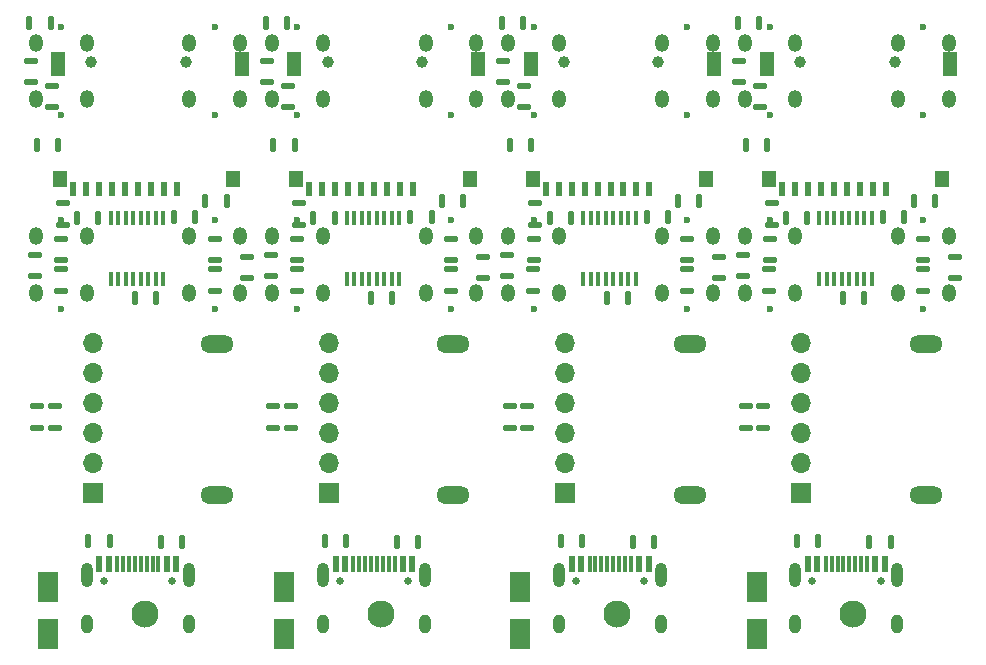
<source format=gbr>
%TF.GenerationSoftware,KiCad,Pcbnew,(6.0.7)*%
%TF.CreationDate,2023-08-28T04:04:33+08:00*%
%TF.ProjectId,USB_Hub_Panelization,5553425f-4875-4625-9f50-616e656c697a,rev?*%
%TF.SameCoordinates,Original*%
%TF.FileFunction,Soldermask,Bot*%
%TF.FilePolarity,Negative*%
%FSLAX46Y46*%
G04 Gerber Fmt 4.6, Leading zero omitted, Abs format (unit mm)*
G04 Created by KiCad (PCBNEW (6.0.7)) date 2023-08-28 04:04:33*
%MOMM*%
%LPD*%
G01*
G04 APERTURE LIST*
G04 Aperture macros list*
%AMRoundRect*
0 Rectangle with rounded corners*
0 $1 Rounding radius*
0 $2 $3 $4 $5 $6 $7 $8 $9 X,Y pos of 4 corners*
0 Add a 4 corners polygon primitive as box body*
4,1,4,$2,$3,$4,$5,$6,$7,$8,$9,$2,$3,0*
0 Add four circle primitives for the rounded corners*
1,1,$1+$1,$2,$3*
1,1,$1+$1,$4,$5*
1,1,$1+$1,$6,$7*
1,1,$1+$1,$8,$9*
0 Add four rect primitives between the rounded corners*
20,1,$1+$1,$2,$3,$4,$5,0*
20,1,$1+$1,$4,$5,$6,$7,0*
20,1,$1+$1,$6,$7,$8,$9,0*
20,1,$1+$1,$8,$9,$2,$3,0*%
G04 Aperture macros list end*
%ADD10RoundRect,0.125000X0.475000X-0.125000X0.475000X0.125000X-0.475000X0.125000X-0.475000X-0.125000X0*%
%ADD11RoundRect,0.121951X0.478049X-0.128049X0.478049X0.128049X-0.478049X0.128049X-0.478049X-0.128049X0*%
%ADD12O,1.700000X1.700000*%
%ADD13R,1.700000X1.700000*%
%ADD14RoundRect,0.121951X-0.128049X-0.478049X0.128049X-0.478049X0.128049X0.478049X-0.128049X0.478049X0*%
%ADD15R,1.800000X2.500000*%
%ADD16C,2.300000*%
%ADD17O,1.200000X1.500000*%
%ADD18C,0.600000*%
%ADD19RoundRect,0.121951X-0.478049X0.128049X-0.478049X-0.128049X0.478049X-0.128049X0.478049X0.128049X0*%
%ADD20O,2.800000X1.500000*%
%ADD21RoundRect,0.125000X0.125000X0.475000X-0.125000X0.475000X-0.125000X-0.475000X0.125000X-0.475000X0*%
%ADD22RoundRect,0.125000X-0.125000X-0.475000X0.125000X-0.475000X0.125000X0.475000X-0.125000X0.475000X0*%
%ADD23RoundRect,0.121951X0.128049X0.478049X-0.128049X0.478049X-0.128049X-0.478049X0.128049X-0.478049X0*%
%ADD24O,1.000000X2.100000*%
%ADD25O,1.000000X1.600000*%
%ADD26R,0.600000X1.450000*%
%ADD27R,0.300000X1.450000*%
%ADD28C,0.650000*%
%ADD29RoundRect,0.125000X-0.475000X0.125000X-0.475000X-0.125000X0.475000X-0.125000X0.475000X0.125000X0*%
%ADD30R,0.400000X1.200000*%
%ADD31R,1.200000X1.400000*%
%ADD32R,1.200000X2.000000*%
%ADD33R,0.600000X1.300000*%
%ADD34C,1.000000*%
G04 APERTURE END LIST*
D10*
%TO.C,C12*%
X140448788Y-97112124D03*
X140448788Y-98912124D03*
%TD*%
D11*
%TO.C,R10*%
X140248788Y-84262124D03*
X140248788Y-86062124D03*
%TD*%
D12*
%TO.C,J3*%
X145148788Y-91762124D03*
X145148788Y-94302124D03*
X145148788Y-96842124D03*
X145148788Y-99382124D03*
X145148788Y-101922124D03*
D13*
X145148788Y-104462124D03*
%TD*%
D14*
%TO.C,R1*%
X141598788Y-64662124D03*
X139798788Y-64662124D03*
%TD*%
D11*
%TO.C,R6*%
X142498788Y-82912124D03*
X142498788Y-84712124D03*
%TD*%
D15*
%TO.C,D1*%
X141373788Y-116412124D03*
X141373788Y-112412124D03*
%TD*%
D10*
%TO.C,C8*%
X141948788Y-97112124D03*
X141948788Y-98912124D03*
%TD*%
D16*
%TO.C,DC1*%
X149553788Y-114662124D03*
%TD*%
D17*
%TO.C,P1*%
X144648788Y-71112124D03*
X140348788Y-66312124D03*
X144648788Y-66312124D03*
X140348788Y-71112124D03*
D18*
X142498788Y-72462124D03*
X142498788Y-64962124D03*
%TD*%
D19*
%TO.C,R14*%
X155498788Y-87312124D03*
X155498788Y-85512124D03*
%TD*%
D20*
%TO.C,J2*%
X155689288Y-104612124D03*
X155689288Y-91812124D03*
%TD*%
D21*
%TO.C,C16*%
X148698788Y-87912124D03*
X150498788Y-87912124D03*
%TD*%
D22*
%TO.C,C14*%
X153848788Y-81062124D03*
X152048788Y-81062124D03*
%TD*%
D17*
%TO.C,P5*%
X153348788Y-66312124D03*
X157648788Y-71112124D03*
X153348788Y-71112124D03*
X157648788Y-66312124D03*
D18*
X155498788Y-72462124D03*
X155498788Y-64962124D03*
%TD*%
D23*
%TO.C,R3*%
X144798788Y-108537124D03*
X146598788Y-108537124D03*
%TD*%
D24*
%TO.C,P2*%
X153293788Y-111382124D03*
X144653788Y-111382124D03*
D25*
X153293788Y-115562124D03*
X144653788Y-115562124D03*
D26*
X152223788Y-110467124D03*
X151423788Y-110467124D03*
D27*
X150723788Y-110467124D03*
X149723788Y-110467124D03*
X148223788Y-110467124D03*
X147223788Y-110467124D03*
D26*
X146523788Y-110467124D03*
X145723788Y-110467124D03*
X145723788Y-110467124D03*
X146523788Y-110467124D03*
D27*
X147723788Y-110467124D03*
X148723788Y-110467124D03*
X149223788Y-110467124D03*
X150223788Y-110467124D03*
D26*
X151423788Y-110467124D03*
X152223788Y-110467124D03*
D28*
X146083788Y-111912124D03*
X151863788Y-111912124D03*
%TD*%
D14*
%TO.C,R4*%
X152723788Y-108562124D03*
X150923788Y-108562124D03*
%TD*%
D11*
%TO.C,R13*%
X139898788Y-67862124D03*
X139898788Y-69662124D03*
%TD*%
D19*
%TO.C,R5*%
X142448788Y-87312124D03*
X142448788Y-85512124D03*
%TD*%
D21*
%TO.C,C13*%
X143848788Y-81162124D03*
X145648788Y-81162124D03*
%TD*%
D29*
%TO.C,C2*%
X141698788Y-71787124D03*
X141698788Y-69987124D03*
%TD*%
D22*
%TO.C,C20*%
X142248788Y-74962124D03*
X140448788Y-74962124D03*
%TD*%
D30*
%TO.C,U2*%
X146676288Y-86362124D03*
X147311288Y-86362124D03*
X147946288Y-86362124D03*
X148581288Y-86362124D03*
X149216288Y-86362124D03*
X149851288Y-86362124D03*
X150486288Y-86362124D03*
X151121288Y-86362124D03*
X151121288Y-81162124D03*
X150486288Y-81162124D03*
X149851288Y-81162124D03*
X149216288Y-81162124D03*
X148581288Y-81162124D03*
X147946288Y-81162124D03*
X147311288Y-81162124D03*
X146676288Y-81162124D03*
%TD*%
D22*
%TO.C,C17*%
X156498788Y-79712124D03*
X154698788Y-79712124D03*
%TD*%
D10*
%TO.C,C10*%
X142648788Y-79912124D03*
X142648788Y-81712124D03*
%TD*%
D11*
%TO.C,R15*%
X155498788Y-82912124D03*
X155498788Y-84712124D03*
%TD*%
D17*
%TO.C,P3*%
X144648788Y-87512124D03*
X140348788Y-87512124D03*
X140348788Y-82712124D03*
X144648788Y-82712124D03*
D18*
X142498788Y-81362124D03*
X142498788Y-88862124D03*
%TD*%
D17*
%TO.C,P4*%
X157648788Y-87512124D03*
X157648788Y-82712124D03*
X153348788Y-87512124D03*
X153348788Y-82712124D03*
D18*
X155498788Y-88862124D03*
X155498788Y-81362124D03*
%TD*%
D11*
%TO.C,R7*%
X158198788Y-84462124D03*
X158198788Y-86262124D03*
%TD*%
D31*
%TO.C,Card1*%
X157079788Y-77838124D03*
D32*
X157758788Y-68136124D03*
X142238788Y-68136124D03*
D31*
X142399788Y-77838124D03*
D33*
X143499788Y-78688124D03*
X144599788Y-78688124D03*
X145699788Y-78688124D03*
X146799788Y-78688124D03*
X147899788Y-78688124D03*
X148999788Y-78688124D03*
X150099788Y-78688124D03*
X151199788Y-78688124D03*
X152299788Y-78688124D03*
D34*
X153048788Y-67937124D03*
X145048788Y-67934124D03*
%TD*%
D10*
%TO.C,C12*%
X120448788Y-97112124D03*
X120448788Y-98912124D03*
%TD*%
D19*
%TO.C,R5*%
X122448788Y-87312124D03*
X122448788Y-85512124D03*
%TD*%
D22*
%TO.C,C17*%
X136498788Y-79712124D03*
X134698788Y-79712124D03*
%TD*%
D12*
%TO.C,J3*%
X125148788Y-91762124D03*
X125148788Y-94302124D03*
X125148788Y-96842124D03*
X125148788Y-99382124D03*
X125148788Y-101922124D03*
D13*
X125148788Y-104462124D03*
%TD*%
D14*
%TO.C,R1*%
X121598788Y-64662124D03*
X119798788Y-64662124D03*
%TD*%
D10*
%TO.C,C8*%
X121948788Y-97112124D03*
X121948788Y-98912124D03*
%TD*%
D14*
%TO.C,R4*%
X132723788Y-108562124D03*
X130923788Y-108562124D03*
%TD*%
D21*
%TO.C,C16*%
X128698788Y-87912124D03*
X130498788Y-87912124D03*
%TD*%
D22*
%TO.C,C14*%
X133848788Y-81062124D03*
X132048788Y-81062124D03*
%TD*%
D19*
%TO.C,R14*%
X135498788Y-87312124D03*
X135498788Y-85512124D03*
%TD*%
D17*
%TO.C,P1*%
X124648788Y-71112124D03*
X120348788Y-66312124D03*
X124648788Y-66312124D03*
X120348788Y-71112124D03*
D18*
X122498788Y-72462124D03*
X122498788Y-64962124D03*
%TD*%
D16*
%TO.C,DC1*%
X129553788Y-114662124D03*
%TD*%
D30*
%TO.C,U2*%
X126676288Y-86362124D03*
X127311288Y-86362124D03*
X127946288Y-86362124D03*
X128581288Y-86362124D03*
X129216288Y-86362124D03*
X129851288Y-86362124D03*
X130486288Y-86362124D03*
X131121288Y-86362124D03*
X131121288Y-81162124D03*
X130486288Y-81162124D03*
X129851288Y-81162124D03*
X129216288Y-81162124D03*
X128581288Y-81162124D03*
X127946288Y-81162124D03*
X127311288Y-81162124D03*
X126676288Y-81162124D03*
%TD*%
D23*
%TO.C,R3*%
X124798788Y-108537124D03*
X126598788Y-108537124D03*
%TD*%
D11*
%TO.C,R13*%
X119898788Y-67862124D03*
X119898788Y-69662124D03*
%TD*%
D29*
%TO.C,C2*%
X121698788Y-71787124D03*
X121698788Y-69987124D03*
%TD*%
D22*
%TO.C,C20*%
X122248788Y-74962124D03*
X120448788Y-74962124D03*
%TD*%
D21*
%TO.C,C13*%
X123848788Y-81162124D03*
X125648788Y-81162124D03*
%TD*%
D15*
%TO.C,D1*%
X121373788Y-116412124D03*
X121373788Y-112412124D03*
%TD*%
D11*
%TO.C,R6*%
X122498788Y-82912124D03*
X122498788Y-84712124D03*
%TD*%
%TO.C,R15*%
X135498788Y-82912124D03*
X135498788Y-84712124D03*
%TD*%
D31*
%TO.C,Card1*%
X137079788Y-77838124D03*
D32*
X137758788Y-68136124D03*
X122238788Y-68136124D03*
D31*
X122399788Y-77838124D03*
D33*
X123499788Y-78688124D03*
X124599788Y-78688124D03*
X125699788Y-78688124D03*
X126799788Y-78688124D03*
X127899788Y-78688124D03*
X128999788Y-78688124D03*
X130099788Y-78688124D03*
X131199788Y-78688124D03*
X132299788Y-78688124D03*
D34*
X133048788Y-67937124D03*
X125048788Y-67934124D03*
%TD*%
D17*
%TO.C,P3*%
X124648788Y-87512124D03*
X120348788Y-87512124D03*
X120348788Y-82712124D03*
X124648788Y-82712124D03*
D18*
X122498788Y-81362124D03*
X122498788Y-88862124D03*
%TD*%
D17*
%TO.C,P4*%
X137648788Y-87512124D03*
X137648788Y-82712124D03*
X133348788Y-87512124D03*
X133348788Y-82712124D03*
D18*
X135498788Y-88862124D03*
X135498788Y-81362124D03*
%TD*%
D11*
%TO.C,R7*%
X138198788Y-84462124D03*
X138198788Y-86262124D03*
%TD*%
D17*
%TO.C,P5*%
X133348788Y-66312124D03*
X137648788Y-71112124D03*
X133348788Y-71112124D03*
X137648788Y-66312124D03*
D18*
X135498788Y-72462124D03*
X135498788Y-64962124D03*
%TD*%
D24*
%TO.C,P2*%
X133293788Y-111382124D03*
X124653788Y-111382124D03*
D25*
X133293788Y-115562124D03*
X124653788Y-115562124D03*
D26*
X132223788Y-110467124D03*
X131423788Y-110467124D03*
D27*
X130723788Y-110467124D03*
X129723788Y-110467124D03*
X128223788Y-110467124D03*
X127223788Y-110467124D03*
D26*
X126523788Y-110467124D03*
X125723788Y-110467124D03*
X125723788Y-110467124D03*
X126523788Y-110467124D03*
D27*
X127723788Y-110467124D03*
X128723788Y-110467124D03*
X129223788Y-110467124D03*
X130223788Y-110467124D03*
D26*
X131423788Y-110467124D03*
X132223788Y-110467124D03*
D28*
X126083788Y-111912124D03*
X131863788Y-111912124D03*
%TD*%
D20*
%TO.C,J2*%
X135689288Y-104612124D03*
X135689288Y-91812124D03*
%TD*%
D10*
%TO.C,C10*%
X122648788Y-79912124D03*
X122648788Y-81712124D03*
%TD*%
D11*
%TO.C,R10*%
X120248788Y-84262124D03*
X120248788Y-86062124D03*
%TD*%
D14*
%TO.C,R1*%
X101598788Y-64662124D03*
X99798788Y-64662124D03*
%TD*%
D11*
%TO.C,R6*%
X102498788Y-82912124D03*
X102498788Y-84712124D03*
%TD*%
D10*
%TO.C,C8*%
X101948788Y-97112124D03*
X101948788Y-98912124D03*
%TD*%
D24*
%TO.C,P2*%
X113293788Y-111382124D03*
X104653788Y-111382124D03*
D25*
X113293788Y-115562124D03*
X104653788Y-115562124D03*
D26*
X112223788Y-110467124D03*
X111423788Y-110467124D03*
D27*
X110723788Y-110467124D03*
X109723788Y-110467124D03*
X108223788Y-110467124D03*
X107223788Y-110467124D03*
D26*
X106523788Y-110467124D03*
X105723788Y-110467124D03*
X105723788Y-110467124D03*
X106523788Y-110467124D03*
D27*
X107723788Y-110467124D03*
X108723788Y-110467124D03*
X109223788Y-110467124D03*
X110223788Y-110467124D03*
D26*
X111423788Y-110467124D03*
X112223788Y-110467124D03*
D28*
X106083788Y-111912124D03*
X111863788Y-111912124D03*
%TD*%
D16*
%TO.C,DC1*%
X109553788Y-114662124D03*
%TD*%
D17*
%TO.C,P1*%
X104648788Y-71112124D03*
X100348788Y-66312124D03*
X104648788Y-66312124D03*
X100348788Y-71112124D03*
D18*
X102498788Y-72462124D03*
X102498788Y-64962124D03*
%TD*%
D10*
%TO.C,C10*%
X102648788Y-79912124D03*
X102648788Y-81712124D03*
%TD*%
D14*
%TO.C,R4*%
X112723788Y-108562124D03*
X110923788Y-108562124D03*
%TD*%
D19*
%TO.C,R14*%
X115498788Y-87312124D03*
X115498788Y-85512124D03*
%TD*%
D20*
%TO.C,J2*%
X115689288Y-104612124D03*
X115689288Y-91812124D03*
%TD*%
D19*
%TO.C,R5*%
X102448788Y-87312124D03*
X102448788Y-85512124D03*
%TD*%
D21*
%TO.C,C13*%
X103848788Y-81162124D03*
X105648788Y-81162124D03*
%TD*%
D30*
%TO.C,U2*%
X106676288Y-86362124D03*
X107311288Y-86362124D03*
X107946288Y-86362124D03*
X108581288Y-86362124D03*
X109216288Y-86362124D03*
X109851288Y-86362124D03*
X110486288Y-86362124D03*
X111121288Y-86362124D03*
X111121288Y-81162124D03*
X110486288Y-81162124D03*
X109851288Y-81162124D03*
X109216288Y-81162124D03*
X108581288Y-81162124D03*
X107946288Y-81162124D03*
X107311288Y-81162124D03*
X106676288Y-81162124D03*
%TD*%
D10*
%TO.C,C12*%
X100448788Y-97112124D03*
X100448788Y-98912124D03*
%TD*%
D23*
%TO.C,R3*%
X104798788Y-108537124D03*
X106598788Y-108537124D03*
%TD*%
D11*
%TO.C,R13*%
X99898788Y-67862124D03*
X99898788Y-69662124D03*
%TD*%
D17*
%TO.C,P5*%
X113348788Y-66312124D03*
X117648788Y-71112124D03*
X113348788Y-71112124D03*
X117648788Y-66312124D03*
D18*
X115498788Y-72462124D03*
X115498788Y-64962124D03*
%TD*%
D22*
%TO.C,C14*%
X113848788Y-81062124D03*
X112048788Y-81062124D03*
%TD*%
D11*
%TO.C,R10*%
X100248788Y-84262124D03*
X100248788Y-86062124D03*
%TD*%
D29*
%TO.C,C2*%
X101698788Y-71787124D03*
X101698788Y-69987124D03*
%TD*%
D22*
%TO.C,C20*%
X102248788Y-74962124D03*
X100448788Y-74962124D03*
%TD*%
D15*
%TO.C,D1*%
X101373788Y-116412124D03*
X101373788Y-112412124D03*
%TD*%
D11*
%TO.C,R15*%
X115498788Y-82912124D03*
X115498788Y-84712124D03*
%TD*%
D31*
%TO.C,Card1*%
X117079788Y-77838124D03*
D32*
X117758788Y-68136124D03*
X102238788Y-68136124D03*
D31*
X102399788Y-77838124D03*
D33*
X103499788Y-78688124D03*
X104599788Y-78688124D03*
X105699788Y-78688124D03*
X106799788Y-78688124D03*
X107899788Y-78688124D03*
X108999788Y-78688124D03*
X110099788Y-78688124D03*
X111199788Y-78688124D03*
X112299788Y-78688124D03*
D34*
X113048788Y-67937124D03*
X105048788Y-67934124D03*
%TD*%
D17*
%TO.C,P3*%
X104648788Y-87512124D03*
X100348788Y-87512124D03*
X100348788Y-82712124D03*
X104648788Y-82712124D03*
D18*
X102498788Y-81362124D03*
X102498788Y-88862124D03*
%TD*%
D11*
%TO.C,R7*%
X118198788Y-84462124D03*
X118198788Y-86262124D03*
%TD*%
D12*
%TO.C,J3*%
X105148788Y-91762124D03*
X105148788Y-94302124D03*
X105148788Y-96842124D03*
X105148788Y-99382124D03*
X105148788Y-101922124D03*
D13*
X105148788Y-104462124D03*
%TD*%
D21*
%TO.C,C16*%
X108698788Y-87912124D03*
X110498788Y-87912124D03*
%TD*%
D17*
%TO.C,P4*%
X117648788Y-87512124D03*
X117648788Y-82712124D03*
X113348788Y-87512124D03*
X113348788Y-82712124D03*
D18*
X115498788Y-88862124D03*
X115498788Y-81362124D03*
%TD*%
D22*
%TO.C,C17*%
X116498788Y-79712124D03*
X114698788Y-79712124D03*
%TD*%
D17*
%TO.C,P5*%
X93348788Y-66312124D03*
X97648788Y-71112124D03*
X93348788Y-71112124D03*
X97648788Y-66312124D03*
D18*
X95498788Y-72462124D03*
X95498788Y-64962124D03*
%TD*%
D20*
%TO.C,J2*%
X95689288Y-104612124D03*
X95689288Y-91812124D03*
%TD*%
D17*
%TO.C,P4*%
X97648788Y-87512124D03*
X97648788Y-82712124D03*
X93348788Y-87512124D03*
X93348788Y-82712124D03*
D18*
X95498788Y-88862124D03*
X95498788Y-81362124D03*
%TD*%
D17*
%TO.C,P3*%
X84648788Y-87512124D03*
X80348788Y-87512124D03*
X80348788Y-82712124D03*
X84648788Y-82712124D03*
D18*
X82498788Y-81362124D03*
X82498788Y-88862124D03*
%TD*%
D16*
%TO.C,DC1*%
X89553788Y-114662124D03*
%TD*%
D17*
%TO.C,P1*%
X84648788Y-71112124D03*
X80348788Y-66312124D03*
X84648788Y-66312124D03*
X80348788Y-71112124D03*
D18*
X82498788Y-72462124D03*
X82498788Y-64962124D03*
%TD*%
D14*
%TO.C,R1*%
X81598788Y-64662124D03*
X79798788Y-64662124D03*
%TD*%
D12*
%TO.C,J3*%
X85148788Y-91762124D03*
X85148788Y-94302124D03*
X85148788Y-96842124D03*
X85148788Y-99382124D03*
X85148788Y-101922124D03*
D13*
X85148788Y-104462124D03*
%TD*%
D11*
%TO.C,R13*%
X79898788Y-67862124D03*
X79898788Y-69662124D03*
%TD*%
D31*
%TO.C,Card1*%
X97079788Y-77838124D03*
D32*
X97758788Y-68136124D03*
X82238788Y-68136124D03*
D31*
X82399788Y-77838124D03*
D33*
X83499788Y-78688124D03*
X84599788Y-78688124D03*
X85699788Y-78688124D03*
X86799788Y-78688124D03*
X87899788Y-78688124D03*
X88999788Y-78688124D03*
X90099788Y-78688124D03*
X91199788Y-78688124D03*
X92299788Y-78688124D03*
D34*
X93048788Y-67937124D03*
X85048788Y-67934124D03*
%TD*%
D21*
%TO.C,C16*%
X88698788Y-87912124D03*
X90498788Y-87912124D03*
%TD*%
D24*
%TO.C,P2*%
X93293788Y-111382124D03*
X84653788Y-111382124D03*
D25*
X93293788Y-115562124D03*
X84653788Y-115562124D03*
D26*
X92223788Y-110467124D03*
X91423788Y-110467124D03*
D27*
X90723788Y-110467124D03*
X89723788Y-110467124D03*
X88223788Y-110467124D03*
X87223788Y-110467124D03*
D26*
X86523788Y-110467124D03*
X85723788Y-110467124D03*
X85723788Y-110467124D03*
X86523788Y-110467124D03*
D27*
X87723788Y-110467124D03*
X88723788Y-110467124D03*
X89223788Y-110467124D03*
X90223788Y-110467124D03*
D26*
X91423788Y-110467124D03*
X92223788Y-110467124D03*
D28*
X86083788Y-111912124D03*
X91863788Y-111912124D03*
%TD*%
D19*
%TO.C,R5*%
X82448788Y-87312124D03*
X82448788Y-85512124D03*
%TD*%
D11*
%TO.C,R7*%
X98198788Y-84462124D03*
X98198788Y-86262124D03*
%TD*%
D19*
%TO.C,R14*%
X95498788Y-87312124D03*
X95498788Y-85512124D03*
%TD*%
D10*
%TO.C,C12*%
X80448788Y-97112124D03*
X80448788Y-98912124D03*
%TD*%
D11*
%TO.C,R10*%
X80248788Y-84262124D03*
X80248788Y-86062124D03*
%TD*%
D22*
%TO.C,C14*%
X93848788Y-81062124D03*
X92048788Y-81062124D03*
%TD*%
D10*
%TO.C,C8*%
X81948788Y-97112124D03*
X81948788Y-98912124D03*
%TD*%
D29*
%TO.C,C2*%
X81698788Y-71787124D03*
X81698788Y-69987124D03*
%TD*%
D22*
%TO.C,C17*%
X96498788Y-79712124D03*
X94698788Y-79712124D03*
%TD*%
D15*
%TO.C,D1*%
X81373788Y-116412124D03*
X81373788Y-112412124D03*
%TD*%
D30*
%TO.C,U2*%
X86676288Y-86362124D03*
X87311288Y-86362124D03*
X87946288Y-86362124D03*
X88581288Y-86362124D03*
X89216288Y-86362124D03*
X89851288Y-86362124D03*
X90486288Y-86362124D03*
X91121288Y-86362124D03*
X91121288Y-81162124D03*
X90486288Y-81162124D03*
X89851288Y-81162124D03*
X89216288Y-81162124D03*
X88581288Y-81162124D03*
X87946288Y-81162124D03*
X87311288Y-81162124D03*
X86676288Y-81162124D03*
%TD*%
D22*
%TO.C,C20*%
X82248788Y-74962124D03*
X80448788Y-74962124D03*
%TD*%
D23*
%TO.C,R3*%
X84798788Y-108537124D03*
X86598788Y-108537124D03*
%TD*%
D14*
%TO.C,R4*%
X92723788Y-108562124D03*
X90923788Y-108562124D03*
%TD*%
D11*
%TO.C,R6*%
X82498788Y-82912124D03*
X82498788Y-84712124D03*
%TD*%
%TO.C,R15*%
X95498788Y-82912124D03*
X95498788Y-84712124D03*
%TD*%
D21*
%TO.C,C13*%
X83848788Y-81162124D03*
X85648788Y-81162124D03*
%TD*%
D10*
%TO.C,C10*%
X82648788Y-79912124D03*
X82648788Y-81712124D03*
%TD*%
M02*

</source>
